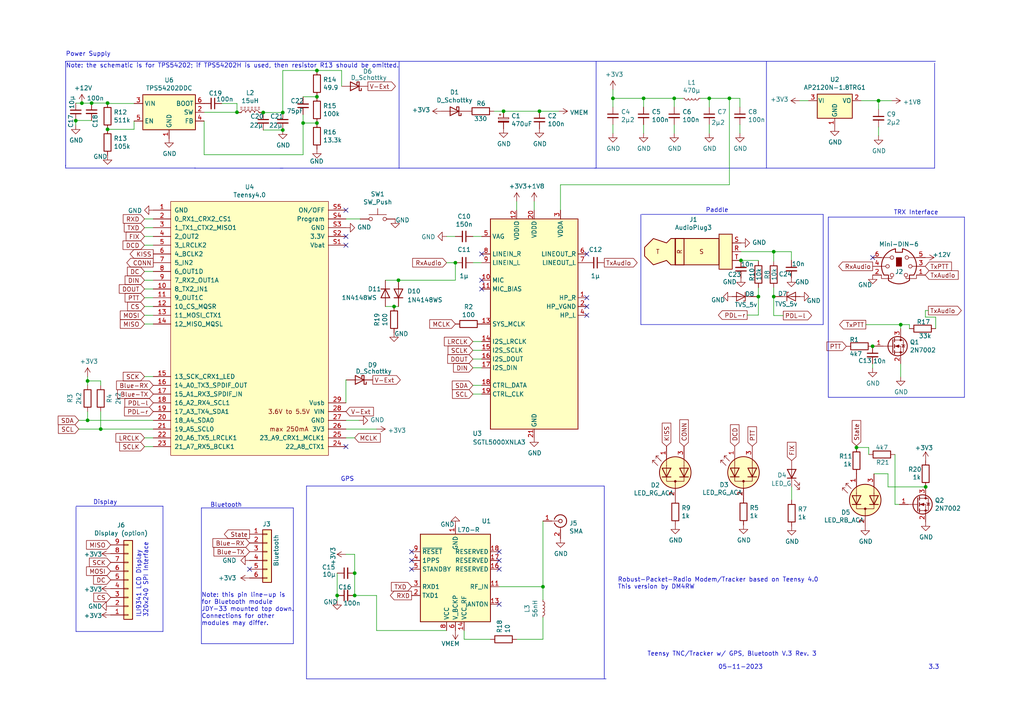
<source format=kicad_sch>
(kicad_sch (version 20230121) (generator eeschema)
  (paper "A4")
  (lib_symbols
    (symbol "Connector:Conn_Coaxial" (pin_names (offset 1.016) hide)
      (property "Reference" "J" (at 0.254 3.048 0))
      (property "Value" "Conn_Coaxial" (at 2.921 0 90))
      (symbol "Conn_Coaxial_1_1"
        (pin passive line (at -5.08 0 0) (length 2.54) (name "In") (number "1"))
        (pin passive line (at 0 -5.08 90) (length 2.54) (name "Ext") (number "2"))
      )
    )
    (symbol "Connector:Mini-DIN-6" (pin_names (offset 1.016))
      (property "Reference" "J" (at 0 6.35 0))
      (property "Value" "Mini-DIN-6" (at 0 -6.35 0))
      (symbol "Mini-DIN-6_1_1"
        (pin passive line (at 7.62 -2.54 180) (length 2.54) (name "~") (number "1"))
        (pin passive line (at -7.62 -2.54 0) (length 2.54) (name "~") (number "2"))
        (pin passive line (at 7.62 0 180) (length 2.54) (name "~") (number "3"))
        (pin passive line (at -7.62 0 0) (length 2.54) (name "~") (number "4"))
        (pin passive line (at 7.62 2.54 180) (length 2.54) (name "~") (number "5"))
        (pin passive line (at -7.62 2.54 0) (length 2.54) (name "~") (number "6"))
      )
    )
    (symbol "Connector_Generic:Conn_01x06" (pin_names (offset 1.016) hide)
      (property "Reference" "J" (at 0 7.62 0))
      (property "Value" "Conn_01x06" (at 0 -10.16 0))
      (symbol "Conn_01x06_1_1"
        (pin passive line (at -5.08 5.08 0) (length 3.81) (name "Pin_1") (number "1"))
        (pin passive line (at -5.08 2.54 0) (length 3.81) (name "Pin_2") (number "2"))
        (pin passive line (at -5.08 0 0) (length 3.81) (name "Pin_3") (number "3"))
        (pin passive line (at -5.08 -2.54 0) (length 3.81) (name "Pin_4") (number "4"))
        (pin passive line (at -5.08 -5.08 0) (length 3.81) (name "Pin_5") (number "5"))
        (pin passive line (at -5.08 -7.62 0) (length 3.81) (name "Pin_6") (number "6"))
      )
    )
    (symbol "Connector_Generic:Conn_01x09" (pin_names (offset 1.016) hide)
      (property "Reference" "J" (at 0 12.7 0))
      (property "Value" "Conn_01x09" (at 0 -12.7 0))
      (symbol "Conn_01x09_1_1"
        (pin passive line (at -5.08 10.16 0) (length 3.81) (name "Pin_1") (number "1"))
        (pin passive line (at -5.08 7.62 0) (length 3.81) (name "Pin_2") (number "2"))
        (pin passive line (at -5.08 5.08 0) (length 3.81) (name "Pin_3") (number "3"))
        (pin passive line (at -5.08 2.54 0) (length 3.81) (name "Pin_4") (number "4"))
        (pin passive line (at -5.08 0 0) (length 3.81) (name "Pin_5") (number "5"))
        (pin passive line (at -5.08 -2.54 0) (length 3.81) (name "Pin_6") (number "6"))
        (pin passive line (at -5.08 -5.08 0) (length 3.81) (name "Pin_7") (number "7"))
        (pin passive line (at -5.08 -7.62 0) (length 3.81) (name "Pin_8") (number "8"))
        (pin passive line (at -5.08 -10.16 0) (length 3.81) (name "Pin_9") (number "9"))
      )
    )
    (symbol "Device:C_Small" (pin_numbers hide) (pin_names (offset 0.254) hide)
      (property "Reference" "C" (at 0.254 1.778 0))
      (property "Value" "C_Small" (at 0.254 -2.032 0))
      (symbol "C_Small_1_1"
        (pin passive line (at 0 2.54 270) (length 2.032) (name "~") (number "1"))
        (pin passive line (at 0 -2.54 90) (length 2.032) (name "~") (number "2"))
      )
    )
    (symbol "Device:D_Schottky" (pin_numbers hide) (pin_names (offset 1.016) hide)
      (property "Reference" "D" (at 0 2.54 0))
      (property "Value" "D_Schottky" (at 0 -2.54 0))
      (symbol "D_Schottky_1_1"
        (pin passive line (at -3.81 0 0) (length 2.54) (name "K") (number "1"))
        (pin passive line (at 3.81 0 180) (length 2.54) (name "A") (number "2"))
      )
    )
    (symbol "Device:LED" (pin_numbers hide) (pin_names (offset 1.016) hide)
      (property "Reference" "D" (at 0 2.54 0))
      (property "Value" "LED" (at 0 -2.54 0))
      (symbol "LED_1_1"
        (pin passive line (at -3.81 0 0) (length 2.54) (name "K") (number "1"))
        (pin passive line (at 3.81 0 180) (length 2.54) (name "A") (number "2"))
      )
    )
    (symbol "Device:L_Small" (pin_numbers hide) (pin_names (offset 0.254) hide)
      (property "Reference" "L" (at 0.762 1.016 0))
      (property "Value" "L_Small" (at 0.762 -1.016 0))
      (symbol "L_Small_1_1"
        (pin passive line (at 0 2.54 270) (length 0.508) (name "~") (number "1"))
        (pin passive line (at 0 -2.54 90) (length 0.508) (name "~") (number "2"))
      )
    )
    (symbol "Device:R" (pin_numbers hide) (pin_names (offset 0))
      (property "Reference" "R" (at 2.032 0 90))
      (property "Value" "R" (at 0 0 90))
      (symbol "R_1_1"
        (pin passive line (at 0 3.81 270) (length 1.27) (name "~") (number "1"))
        (pin passive line (at 0 -3.81 90) (length 1.27) (name "~") (number "2"))
      )
    )
    (symbol "Diode:1N4148WS" (pin_numbers hide) (pin_names hide)
      (property "Reference" "D" (at 0 2.54 0))
      (property "Value" "1N4148WS" (at 0 -2.54 0))
      (symbol "1N4148WS_1_1"
        (pin passive line (at -3.81 0 0) (length 2.54) (name "K") (number "1"))
        (pin passive line (at 3.81 0 180) (length 2.54) (name "A") (number "2"))
      )
    )
    (symbol "RF_GPS:L70-R"
      (property "Reference" "U" (at -10.16 13.97 0))
      (property "Value" "L70-R" (at 10.16 13.97 0))
      (symbol "L70-R_1_1"
        (pin power_in line (at 0 -15.24 90) (length 2.54) (name "GND") (number "1"))
        (pin passive line (at 0 -15.24 90) (length 2.54) hide (name "GND") (number "10"))
        (pin input line (at -12.7 2.54 0) (length 2.54) (name "RF_IN") (number "11"))
        (pin passive line (at 0 -15.24 90) (length 2.54) hide (name "GND") (number "12"))
        (pin output line (at -12.7 7.62 0) (length 2.54) (name "ANTON") (number "13"))
        (pin power_out line (at -2.54 15.24 270) (length 2.54) (name "VCC_RF") (number "14"))
        (pin no_connect line (at -10.16 0 0) (length 2.54) hide (name "NC") (number "15"))
        (pin passive line (at -12.7 -2.54 0) (length 2.54) (name "RESERVED") (number "16"))
        (pin passive line (at -12.7 -5.08 0) (length 2.54) (name "RESERVED") (number "17"))
        (pin passive line (at -12.7 -7.62 0) (length 2.54) (name "RESERVED") (number "18"))
        (pin output line (at 12.7 5.08 180) (length 2.54) (name "TXD1") (number "2"))
        (pin input line (at 12.7 2.54 180) (length 2.54) (name "RXD1") (number "3"))
        (pin output line (at 12.7 -5.08 180) (length 2.54) (name "1PPS") (number "4"))
        (pin input line (at 12.7 -2.54 180) (length 2.54) (name "STANDBY") (number "5"))
        (pin power_in line (at 0 15.24 270) (length 2.54) (name "V_BCKP") (number "6"))
        (pin no_connect line (at 10.16 0 180) (length 2.54) hide (name "NC") (number "7"))
        (pin power_in line (at 2.54 15.24 270) (length 2.54) (name "VCC") (number "8"))
        (pin input line (at 12.7 -7.62 180) (length 2.54) (name "~{RESET}") (number "9"))
      )
    )
    (symbol "Regulator_Switching:TPS54202DDC"
      (property "Reference" "U" (at -7.62 6.35 0))
      (property "Value" "TPS54202DDC" (at 0 6.35 0))
      (symbol "TPS54202DDC_1_1"
        (pin power_in line (at 0 -7.62 90) (length 2.54) (name "GND") (number "1"))
        (pin power_out line (at 10.16 0 180) (length 2.54) (name "SW") (number "2"))
        (pin power_in line (at -10.16 2.54 0) (length 2.54) (name "VIN") (number "3"))
        (pin input line (at 10.16 -2.54 180) (length 2.54) (name "FB") (number "4"))
        (pin input line (at -10.16 -2.54 0) (length 2.54) (name "EN") (number "5"))
        (pin passive line (at 10.16 2.54 180) (length 2.54) (name "BOOT") (number "6"))
      )
    )
    (symbol "Switch:SW_Push" (pin_numbers hide) (pin_names (offset 1.016) hide)
      (property "Reference" "SW" (at 1.27 2.54 0))
      (property "Value" "SW_Push" (at 0 -1.524 0))
      (symbol "SW_Push_0_1"
        (pin passive line (at -5.08 0 0) (length 2.54) (name "1") (number "1"))
        (pin passive line (at 5.08 0 180) (length 2.54) (name "2") (number "2"))
      )
    )
    (symbol "TeensyRPR-rescue:+3.3V-power" (power) (pin_names (offset 0))
      (property "Value" "+3.3V-power" (at 0 3.556 0))
      (symbol "+3.3V-power_1_1"
        (pin power_in line (at 0 0 90) (length 0) hide (name "+3V3") (number "1"))
      )
    )
    (symbol "TeensyRPR-rescue:AudioPlug3-Connector"
      (property "Reference" "J" (at 1.27 6.35 0))
      (property "Value" "Connector_AudioPlug3" (at 1.27 -6.35 0))
      (symbol "AudioPlug3-Connector_0_0"
        (text "R" (at -2.54 0 900) (effects (font (size 1.27 1.27))))
      )
      (symbol "AudioPlug3-Connector_1_0"
        (text "S" (at 3.81 0 0) (effects (font (size 1.27 1.27))))
        (text "T" (at -8.89 0 0) (effects (font (size 1.27 1.27))))
      )
      (symbol "AudioPlug3-Connector_1_1"
        (pin passive line (at 15.24 0 180) (length 2.54) (name "~") (number "R"))
        (pin passive line (at 15.24 2.54 180) (length 2.54) (name "~") (number "S"))
        (pin passive line (at 15.24 -2.54 180) (length 2.54) (name "~") (number "T"))
      )
    )
    (symbol "TeensyRPR-rescue:CP_Small-Device" (pin_numbers hide) (pin_names (offset 0.254) hide)
      (property "Reference" "C" (at 0.254 1.778 0))
      (property "Value" "Device_CP_Small" (at 0.254 -2.032 0))
      (symbol "CP_Small-Device_1_1"
        (pin passive line (at 0 2.54 270) (length 1.8542) (name "~") (number "1"))
        (pin passive line (at 0 -2.54 90) (length 1.8542) (name "~") (number "2"))
      )
    )
    (symbol "TeensyRPR-rescue:LED_Dual_ACA-Device" (pin_names (offset 0) hide)
      (property "Reference" "D" (at 0 5.715 0))
      (property "Value" "Device_LED_Dual_ACA" (at 0 -6.35 0))
      (symbol "LED_Dual_ACA-Device_1_1"
        (pin input line (at 7.62 2.54 180) (length 3.81) (name "A1") (number "1"))
        (pin input line (at -7.62 0 0) (length 3.048) (name "K") (number "2"))
        (pin input line (at 7.62 -2.54 180) (length 3.81) (name "A2") (number "3"))
      )
    )
    (symbol "TeensyRPR-rescue:L_Core_Ferrite-Device" (pin_numbers hide) (pin_names (offset 1.016) hide)
      (property "Reference" "L" (at -1.27 0 90))
      (property "Value" "Device_L_Core_Ferrite" (at 2.794 0 90))
      (symbol "L_Core_Ferrite-Device_1_1"
        (pin passive line (at 0 3.81 270) (length 1.27) (name "1") (number "1"))
        (pin passive line (at 0 -3.81 90) (length 1.27) (name "2") (number "2"))
      )
    )
    (symbol "TeensyRPR-rescue:MCP1703A-1802_SOT23-Regulator_Linear" (pin_names (offset 0.254))
      (property "Reference" "U" (at -3.81 3.175 0))
      (property "Value" "Regulator_Linear_MCP1703A-1802_SOT23" (at 0 3.175 0))
      (symbol "MCP1703A-1802_SOT23-Regulator_Linear_1_1"
        (pin power_in line (at 0 -7.62 90) (length 2.54) (name "GND") (number "1"))
        (pin power_out line (at 7.62 0 180) (length 2.54) (name "VO") (number "2"))
        (pin power_in line (at -7.62 0 0) (length 2.54) (name "VI") (number "3"))
      )
    )
    (symbol "TeensyRPR-rescue:SGTL5000XNAA3-Audio-TeensyRPR-TeensyRPR-rescue"
      (property "Reference" "U" (at 0 0 0))
      (property "Value" "TeensyRPR-rescue_SGTL5000XNAA3-Audio-TeensyRPR" (at -7.62 -31.75 0))
      (symbol "SGTL5000XNAA3-Audio-TeensyRPR-TeensyRPR-rescue_0_0"
        (pin power_in line (at 0 -33.02 90) (length 2.54) (name "GND") (number "21"))
      )
      (symbol "SGTL5000XNAA3-Audio-TeensyRPR-TeensyRPR-rescue_1_1"
        (pin output line (at 15.24 7.62 180) (length 2.54) (name "HP_R") (number "1"))
        (pin input line (at -15.24 12.7 0) (length 2.54) (name "MIC") (number "10"))
        (pin input line (at -15.24 10.16 0) (length 2.54) (name "MIC_BIAS") (number "11"))
        (pin power_in line (at -5.08 33.02 270) (length 2.54) (name "VDDIO") (number "12"))
        (pin input line (at -15.24 0 0) (length 2.54) (name "SYS_MCLK") (number "13"))
        (pin input line (at -15.24 -5.08 0) (length 2.54) (name "I2S_LRCLK") (number "14"))
        (pin input line (at -15.24 -7.62 0) (length 2.54) (name "I2S_SCLK") (number "15"))
        (pin output line (at -15.24 -10.16 0) (length 2.54) (name "I2S_DOUT") (number "16"))
        (pin input line (at -15.24 -12.7 0) (length 2.54) (name "I2S_DIN") (number "17"))
        (pin input line (at -15.24 -17.78 0) (length 2.54) (name "CTRL_DATA") (number "18"))
        (pin input line (at -15.24 -20.32 0) (length 2.54) (name "CTRL_CLK") (number "19"))
        (pin power_out line (at 15.24 5.08 180) (length 2.54) (name "HP_VGND") (number "2"))
        (pin power_in line (at 0 33.02 270) (length 2.54) (name "VDDD") (number "20"))
        (pin power_in line (at 7.62 33.02 270) (length 2.54) (name "VDDA") (number "3"))
        (pin output line (at 15.24 2.54 180) (length 2.54) (name "HP_L") (number "4"))
        (pin passive line (at -15.24 25.4 0) (length 2.54) (name "VAG") (number "5"))
        (pin output line (at 15.24 20.32 180) (length 2.54) (name "LINEOUT_R") (number "6"))
        (pin output line (at 15.24 17.78 180) (length 2.54) (name "LINEOUT_L") (number "7"))
        (pin input line (at -15.24 20.32 0) (length 2.54) (name "LINEIN_R") (number "8"))
        (pin input line (at -15.24 17.78 0) (length 2.54) (name "LINEIN_L") (number "9"))
      )
    )
    (symbol "TeensyRPR-rescue:TVS_SOD323-TeensyRPR" (pin_numbers hide) (pin_names (offset 1.016) hide)
      (property "Reference" "D" (at 0 2.54 0))
      (property "Value" "TeensyRPR_TVS_SOD323" (at 0 -2.54 0))
      (symbol "TVS_SOD323-TeensyRPR_1_1"
        (pin passive line (at -3.81 0 0) (length 2.54) (name "A1") (number "1"))
        (pin passive line (at 3.81 0 180) (length 2.54) (name "A2") (number "2"))
      )
    )
    (symbol "TeensyRPR-rescue:Teensy4.0-TeensyRPR" (pin_names (offset 1.016))
      (property "Reference" "U4" (at 0 41.021 0))
      (property "Value" "Teensy4.0" (at 0 38.7096 0))
      (symbol "Teensy4.0-TeensyRPR_0_0"
        (text "3.6V to 5.5V" (at 11.43 -24.13 0) (effects (font (size 1.27 1.27))))
        (text "max 250mA" (at 11.43 -29.21 0) (effects (font (size 1.27 1.27))))
        (pin bidirectional line (at -27.94 11.43 0) (length 5.08) (name "8_TX2_IN1") (number "10"))
        (pin bidirectional line (at -27.94 8.89 0) (length 5.08) (name "9_OUT1C") (number "11"))
        (pin bidirectional line (at -27.94 6.35 0) (length 5.08) (name "10_CS_MQSR") (number "12"))
        (pin bidirectional line (at -27.94 3.81 0) (length 5.08) (name "11_MOSI_CTX1") (number "13"))
        (pin bidirectional line (at -27.94 1.27 0) (length 5.08) (name "12_MISO_MQSL") (number "14"))
        (pin bidirectional line (at -27.94 -13.97 0) (length 5.08) (name "13_SCK_CRX1_LED") (number "15"))
        (pin bidirectional line (at -27.94 -16.51 0) (length 5.08) (name "14_A0_TX3_SPDIF_OUT") (number "16"))
        (pin bidirectional line (at -27.94 -19.05 0) (length 5.08) (name "15_A1_RX3_SPDIF_IN") (number "17"))
        (pin bidirectional line (at -27.94 -21.59 0) (length 5.08) (name "16_A2_RX4_SCL1") (number "18"))
        (pin bidirectional line (at -27.94 -24.13 0) (length 5.08) (name "17_A3_TX4_SDA1") (number "19"))
        (pin bidirectional line (at -27.94 -26.67 0) (length 5.08) (name "18_A4_SDA0") (number "20"))
        (pin bidirectional line (at -27.94 -29.21 0) (length 5.08) (name "19_A5_SCL0") (number "21"))
        (pin bidirectional line (at -27.94 -31.75 0) (length 5.08) (name "20_A6_TX5_LRCLK1") (number "22"))
        (pin bidirectional line (at -27.94 -34.29 0) (length 5.08) (name "21_A7_RX5_BCLK1") (number "23"))
        (pin bidirectional line (at 27.94 -34.29 180) (length 5.08) (name "22_A8_CTX1") (number "24"))
        (pin bidirectional line (at 27.94 -31.75 180) (length 5.08) (name "23_A9_CRX1_MCLK1") (number "25"))
        (pin power_out line (at 27.94 -29.21 180) (length 5.08) (name "3V3") (number "26"))
        (pin power_in line (at 27.94 -26.67 180) (length 5.08) (name "GND") (number "27"))
        (pin power_in line (at 27.94 -24.13 180) (length 5.08) (name "VIN") (number "28"))
        (pin bidirectional line (at -27.94 24.13 0) (length 5.08) (name "3_LRCLK2") (number "5"))
        (pin bidirectional line (at -27.94 21.59 0) (length 5.08) (name "4_BCLK2") (number "6"))
        (pin bidirectional line (at -27.94 19.05 0) (length 5.08) (name "5_IN2") (number "7"))
        (pin bidirectional line (at -27.94 16.51 0) (length 5.08) (name "6_OUT1D") (number "8"))
        (pin bidirectional line (at -27.94 13.97 0) (length 5.08) (name "7_RX2_OUT1A") (number "9"))
        (pin power_in line (at 27.94 24.13 180) (length 5.08) (name "Vbat") (number "S1"))
        (pin power_in line (at 27.94 26.67 180) (length 5.08) (name "3.3V") (number "S2"))
        (pin power_in line (at 27.94 29.21 180) (length 5.08) (name "GND") (number "S3"))
        (pin power_in line (at 27.94 31.75 180) (length 5.08) (name "Program") (number "S4"))
        (pin bidirectional line (at 27.94 34.29 180) (length 5.08) (name "ON/OFF") (number "S5"))
      )
      (symbol "Teensy4.0-TeensyRPR_1_1"
        (pin power_in line (at -27.94 34.29 0) (length 5.08) (name "GND") (number "1"))
        (pin bidirectional line (at -27.94 31.75 0) (length 5.08) (name "0_RX1_CRX2_CS1") (number "2"))
        (pin power_out line (at 27.94 -21.59 180) (length 5.08) (name "Vusb") (number "29"))
        (pin bidirectional line (at -27.94 29.21 0) (length 5.08) (name "1_TX1_CTX2_MISO1") (number "3"))
        (pin bidirectional line (at -27.94 26.67 0) (length 5.08) (name "2_OUT2") (number "4"))
      )
    )
    (symbol "Transistor_FET:2N7002" (pin_names hide)
      (property "Reference" "Q" (at 5.08 1.905 0))
      (property "Value" "2N7002" (at 5.08 0 0))
      (symbol "2N7002_1_1"
        (pin input line (at -5.08 0 0) (length 2.54) (name "G") (number "1"))
        (pin passive line (at 2.54 -5.08 90) (length 2.54) (name "S") (number "2"))
        (pin passive line (at 2.54 5.08 270) (length 2.54) (name "D") (number "3"))
      )
    )
    (symbol "power:+12V" (power) (pin_names (offset 0))
      (property "Value" "+12V" (at 0 3.556 0))
      (symbol "+12V_1_1"
        (pin power_in line (at 0 0 90) (length 0) hide (name "+12V") (number "1"))
      )
    )
    (symbol "power:+1V8" (power) (pin_names (offset 0))
      (property "Value" "+1V8" (at 0 3.556 0))
      (symbol "+1V8_1_1"
        (pin power_in line (at 0 0 90) (length 0) hide (name "+1V8") (number "1"))
      )
    )
    (symbol "power:+3V3" (power) (pin_names (offset 0))
      (property "Value" "+3V3" (at 0 3.556 0))
      (symbol "+3V3_1_1"
        (pin power_in line (at 0 0 90) (length 0) hide (name "+3V3") (number "1"))
      )
    )
    (symbol "power:GND" (power) (pin_names (offset 0))
      (property "Value" "GND" (at 0 -3.81 0))
      (symbol "GND_1_1"
        (pin power_in line (at 0 0 270) (length 0) hide (name "GND") (number "1"))
      )
    )
    (symbol "power:VMEM" (power) (pin_names (offset 0))
      (property "Value" "VMEM" (at 0 3.81 0))
      (symbol "VMEM_1_1"
        (pin power_in line (at 0 0 90) (length 0) hide (name "VMEM") (number "1"))
      )
    )
  )
  (junction (at 186.6646 28.5242))
  (junction (at 21.971 35.0012))
  (junction (at 26.5684 29.8958))
  (junction (at 253.0856 100.4316))
  (junction (at 156.464 32.258))
  (junction (at 146.05 32.258))
  (junction (at 23.749 29.9212))
  (junction (at 82.0166 32.639))
  (junction (at 261.239 94.1578))
  (junction (at 268.478 141.224))
  (junction (at 219.964 86.0298))
  (junction (at 31.1912 29.8958))
  (junction (at 31.1912 37.5158))
  (junction (at 157.48 170.18))
  (junction (at 91.9226 35.687))
  (junction (at 25.4 121.92))
  (junction (at 76.3524 32.639))
  (junction (at 25.4 110.49))
  (junction (at 254.8128 29.21))
  (junction (at 224.409 72.9996))
  (junction (at 115.57 81.28))
  (junction (at 29.21 124.46))
  (junction (at 91.9226 28.067))
  (junction (at 87.9094 35.687))
  (junction (at 248.412 129.794))
  (junction (at 205.7146 28.5242))
  (junction (at 91.9226 20.447))
  (junction (at 177.7746 28.5242))
  (junction (at 97.79 172.72))
  (junction (at 102.87 166.243))
  (junction (at 82.0166 37.719))
  (junction (at 102.87 172.72))
  (junction (at 68.7324 32.5628))
  (junction (at 132.08 76.2))
  (junction (at 211.5566 28.5242))
  (junction (at 224.409 86.0298))
  (junction (at 214.9094 75.5396))
  (junction (at 114.3 88.9))
  (junction (at 195.5546 28.5242))
  (no_connect (at 144.78 162.56))
  (no_connect (at 170.18 73.66))
  (no_connect (at 144.78 165.1))
  (no_connect (at 253.111 74.7014))
  (no_connect (at 170.18 86.36))
  (no_connect (at 72.39 165.1))
  (no_connect (at 170.18 88.9))
  (no_connect (at 144.78 160.02))
  (no_connect (at 100.33 68.58))
  (no_connect (at 119.38 165.1))
  (no_connect (at 139.7 81.28))
  (no_connect (at 139.7 73.66))
  (no_connect (at 119.38 162.56))
  (no_connect (at 170.18 91.44))
  (no_connect (at 100.33 60.96))
  (no_connect (at 100.33 71.12))
  (no_connect (at 119.38 160.02))
  (no_connect (at 144.78 175.26))
  (no_connect (at 139.7 83.82))
  (no_connect (at 100.33 129.54))
  (wire (pts (xy 134.62 182.88) (xy 134.62 185.42)))
  (wire (pts (xy 41.91 127) (xy 44.45 127)))
  (wire (pts (xy 219.964 83.4136) (xy 219.964 86.0298)))
  (polyline (pts (xy 81.2546 48.7934) (xy 82.0928 48.7934)))
  (wire (pts (xy 137.16 68.58) (xy 139.7 68.58)))
  (polyline (pts (xy 22.0472 147.0152) (xy 22.0472 183.1594)))
  (wire (pts (xy 41.91 83.82) (xy 44.45 83.82)))
  (polyline (pts (xy 185.8772 94.1324) (xy 185.8772 62.1792)))
  (wire (pts (xy 254.8128 31.75) (xy 254.8128 29.21)))
  (wire (pts (xy 157.48 185.42) (xy 149.86 185.42)))
  (wire (pts (xy 154.94 60.96) (xy 154.94 58.42)))
  (wire (pts (xy 100.33 110.1852) (xy 100.5078 110.1852)))
  (wire (pts (xy 261.239 105.4862) (xy 261.239 109.2962)))
  (wire (pts (xy 224.409 75.819) (xy 224.409 72.9996)))
  (wire (pts (xy 224.409 83.439) (xy 224.409 86.0298)))
  (wire (pts (xy 44.45 121.92) (xy 25.4 121.92)))
  (wire (pts (xy 137.16 111.76) (xy 139.7 111.76)))
  (wire (pts (xy 137.16 104.14) (xy 139.7 104.14)))
  (polyline (pts (xy 19.0246 17.78) (xy 271.3228 17.78)))
  (polyline (pts (xy 271.0688 18.288) (xy 271.0688 48.768)))
  (wire (pts (xy 29.21 111.76) (xy 29.21 110.49)))
  (wire (pts (xy 97.79 166.243) (xy 97.79 172.72)))
  (wire (pts (xy 211.5566 28.5242) (xy 214.6046 28.5242)))
  (wire (pts (xy 227.1776 91.5162) (xy 224.409 91.5162)))
  (wire (pts (xy 219.964 91.3892) (xy 219.964 86.0298)))
  (wire (pts (xy 41.91 129.54) (xy 44.45 129.54)))
  (wire (pts (xy 25.4 109.22) (xy 25.4 110.49)))
  (wire (pts (xy 102.87 127) (xy 100.33 127)))
  (wire (pts (xy 149.86 60.96) (xy 149.86 58.42)))
  (wire (pts (xy 41.91 93.98) (xy 44.45 93.98)))
  (wire (pts (xy 87.9094 33.2232) (xy 87.9094 35.687)))
  (wire (pts (xy 268.4018 91.9734) (xy 271.399 91.9734)))
  (wire (pts (xy 41.91 91.44) (xy 44.45 91.44)))
  (polyline (pts (xy 279.7302 62.9666) (xy 279.7302 115.2398)))
  (wire (pts (xy 104.4702 63.5) (xy 104.4702 63.5254)))
  (wire (pts (xy 25.4 119.38) (xy 25.4 121.92)))
  (wire (pts (xy 102.87 166.243) (xy 102.87 172.72)))
  (wire (pts (xy 129.54 76.2) (xy 132.08 76.2)))
  (wire (pts (xy 99.0854 20.447) (xy 91.9226 20.447)))
  (wire (pts (xy 21.971 29.9212) (xy 23.749 29.9212)))
  (wire (pts (xy 64.2874 30.0228) (xy 68.7324 30.0228)))
  (wire (pts (xy 162.56 53.594) (xy 211.5566 53.594)))
  (wire (pts (xy 177.7746 36.1442) (xy 177.7746 38.6842)))
  (polyline (pts (xy 222.3008 17.78) (xy 222.3008 48.7934)))
  (polyline (pts (xy 186.1058 62.1792) (xy 238.76 62.1792)))
  (wire (pts (xy 269.2654 90.0684) (xy 268.4018 90.0684)))
  (wire (pts (xy 211.5566 53.594) (xy 211.5566 28.5242)))
  (wire (pts (xy 38.8874 35.1028) (xy 38.8874 37.5158)))
  (wire (pts (xy 224.409 72.9996) (xy 229.5398 72.9996)))
  (wire (pts (xy 22.86 124.46) (xy 29.21 124.46)))
  (polyline (pts (xy 19.05 48.26) (xy 19.05 17.78)))
  (wire (pts (xy 144.78 170.18) (xy 157.48 170.18)))
  (wire (pts (xy 59.2074 32.5628) (xy 68.7324 32.5628)))
  (wire (pts (xy 186.6646 36.1442) (xy 186.6646 38.6842)))
  (wire (pts (xy 41.91 109.22) (xy 44.45 109.22)))
  (wire (pts (xy 253.0856 106.7816) (xy 253.0856 105.5116)))
  (wire (pts (xy 216.7128 91.3892) (xy 219.964 91.3892)))
  (wire (pts (xy 186.6646 28.5242) (xy 186.6646 31.0642)))
  (wire (pts (xy 253.0856 100.4062) (xy 253.0856 100.4316)))
  (wire (pts (xy 214.6046 36.1442) (xy 214.6046 38.6842)))
  (polyline (pts (xy 85.09 186.69) (xy 58.42 186.69)))
  (polyline (pts (xy 58.42 147.32) (xy 58.42 186.69)))
  (wire (pts (xy 111.76 81.28) (xy 115.57 81.28)))
  (wire (pts (xy 231.9528 29.21) (xy 234.4928 29.21)))
  (wire (pts (xy 254.8128 29.21) (xy 258.6228 29.21)))
  (wire (pts (xy 115.57 81.28) (xy 132.08 81.28)))
  (wire (pts (xy 198.0946 28.5242) (xy 195.5546 28.5242)))
  (wire (pts (xy 100.33 124.46) (xy 109.22 124.46)))
  (wire (pts (xy 214.9094 72.9996) (xy 224.409 72.9996)))
  (wire (pts (xy 41.91 88.9) (xy 44.45 88.9)))
  (wire (pts (xy 21.971 35.0012) (xy 21.971 36.2966)))
  (wire (pts (xy 31.1912 29.8958) (xy 26.5684 29.8958)))
  (wire (pts (xy 157.48 179.07) (xy 157.48 185.42)))
  (wire (pts (xy 129.54 182.88) (xy 109.22 182.88)))
  (wire (pts (xy 41.91 86.36) (xy 44.45 86.36)))
  (wire (pts (xy 29.21 110.49) (xy 25.4 110.49)))
  (wire (pts (xy 253.492 137.414) (xy 257.556 137.414)))
  (wire (pts (xy 224.409 91.5162) (xy 224.409 86.0298)))
  (wire (pts (xy 137.16 101.6) (xy 139.7 101.6)))
  (polyline (pts (xy 175.26 196.85) (xy 175.26 140.97)))
  (wire (pts (xy 91.9226 20.447) (xy 82.0166 20.447)))
  (wire (pts (xy 257.556 137.414) (xy 257.556 141.224)))
  (wire (pts (xy 23.749 29.9212) (xy 26.5684 29.9212)))
  (wire (pts (xy 229.616 141.224) (xy 229.616 145.034)))
  (wire (pts (xy 109.22 182.88) (xy 109.22 172.72)))
  (wire (pts (xy 251.1298 94.1578) (xy 261.239 94.1578)))
  (wire (pts (xy 41.91 68.58) (xy 44.45 68.58)))
  (wire (pts (xy 251.968 131.826) (xy 251.968 129.794)))
  (wire (pts (xy 100.33 116.84) (xy 100.33 110.1852)))
  (wire (pts (xy 186.6646 28.5242) (xy 177.7746 28.5242)))
  (wire (pts (xy 137.16 76.2) (xy 139.7 76.2)))
  (wire (pts (xy 114.3 88.9) (xy 115.57 88.9)))
  (wire (pts (xy 41.91 63.5) (xy 44.45 63.5)))
  (wire (pts (xy 87.9094 28.1432) (xy 87.9094 28.067)))
  (polyline (pts (xy 238.76 62.1792) (xy 238.76 94.1324)))
  (wire (pts (xy 203.1746 28.5242) (xy 205.7146 28.5242)))
  (wire (pts (xy 137.16 99.06) (xy 139.7 99.06)))
  (wire (pts (xy 268.4018 90.0684) (xy 268.4018 91.9734)))
  (polyline (pts (xy 85.09 147.32) (xy 85.09 186.69)))
  (wire (pts (xy 26.5684 34.9504) (xy 21.971 34.9504)))
  (wire (pts (xy 111.76 88.9) (xy 114.3 88.9)))
  (polyline (pts (xy 88.9 196.9008) (xy 175.7934 196.9008)))
  (wire (pts (xy 157.48 170.18) (xy 157.48 151.13)))
  (wire (pts (xy 68.7324 32.5628) (xy 68.7324 32.639)))
  (wire (pts (xy 25.4 121.92) (xy 22.86 121.92)))
  (polyline (pts (xy 279.7302 115.2398) (xy 240.2332 115.2398)))
  (polyline (pts (xy 19.0246 48.7426) (xy 19.0246 47.9044)))
  (wire (pts (xy 87.9094 35.687) (xy 91.9226 35.687)))
  (wire (pts (xy 257.556 141.224) (xy 268.478 141.224)))
  (wire (pts (xy 251.968 129.794) (xy 248.412 129.794)))
  (wire (pts (xy 21.971 34.9504) (xy 21.971 35.0012)))
  (wire (pts (xy 263.779 94.1578) (xy 261.239 94.1578)))
  (polyline (pts (xy 240.2332 62.9666) (xy 279.7302 62.9666)))
  (wire (pts (xy 157.48 170.18) (xy 157.48 173.99)))
  (wire (pts (xy 82.0166 32.639) (xy 76.3524 32.639)))
  (wire (pts (xy 259.588 131.826) (xy 259.588 146.304)))
  (wire (pts (xy 82.0166 20.447) (xy 82.0166 32.639)))
  (wire (pts (xy 25.4 110.49) (xy 25.4 111.76)))
  (wire (pts (xy 219.964 75.7936) (xy 219.964 75.5396)))
  (wire (pts (xy 100.33 121.92) (xy 104.14 121.92)))
  (wire (pts (xy 132.08 81.28) (xy 132.08 76.2)))
  (wire (pts (xy 162.56 60.96) (xy 162.56 53.594)))
  (wire (pts (xy 195.5546 28.5242) (xy 195.5546 31.0642)))
  (wire (pts (xy 41.91 81.28) (xy 44.45 81.28)))
  (wire (pts (xy 271.399 91.9734) (xy 271.399 95.3262)))
  (wire (pts (xy 29.21 119.38) (xy 29.21 124.46)))
  (wire (pts (xy 134.62 185.42) (xy 142.24 185.42)))
  (wire (pts (xy 177.7746 28.5242) (xy 177.7746 31.0642)))
  (wire (pts (xy 205.7146 31.0642) (xy 205.7146 28.5242)))
  (polyline (pts (xy 240.2332 115.2398) (xy 240.2332 62.9666)))
  (wire (pts (xy 82.0166 37.719) (xy 76.3524 37.719)))
  (wire (pts (xy 177.7746 25.9842) (xy 177.7746 28.5242)))
  (wire (pts (xy 87.9094 28.067) (xy 91.9226 28.067)))
  (wire (pts (xy 97.79 172.72) (xy 97.79 174.2186)))
  (wire (pts (xy 41.91 66.04) (xy 44.45 66.04)))
  (wire (pts (xy 59.2074 44.8818) (xy 87.9094 44.8818)))
  (wire (pts (xy 229.5398 72.9996) (xy 229.5398 75.5142)))
  (wire (pts (xy 259.588 146.304) (xy 260.858 146.304)))
  (polyline (pts (xy 88.9 140.97) (xy 88.9 196.9008)))
  (wire (pts (xy 261.239 94.1578) (xy 261.239 95.3262)))
  (wire (pts (xy 38.8874 37.5158) (xy 31.1912 37.5158)))
  (wire (pts (xy 29.21 124.46) (xy 44.45 124.46)))
  (polyline (pts (xy 172.8978 48.7934) (xy 172.3898 48.7934)))
  (wire (pts (xy 248.412 129.286) (xy 248.412 129.794)))
  (polyline (pts (xy 58.42 147.32) (xy 85.09 147.32)))
  (wire (pts (xy 249.7328 29.21) (xy 254.8128 29.21)))
  (wire (pts (xy 156.464 32.258) (xy 162.052 32.258)))
  (wire (pts (xy 205.7146 28.5242) (xy 211.5566 28.5242)))
  (wire (pts (xy 100.3046 160.782) (xy 102.87 160.782)))
  (wire (pts (xy 87.9094 44.8818) (xy 87.9094 35.687)))
  (wire (pts (xy 26.5684 29.8958) (xy 26.5684 29.9212)))
  (wire (pts (xy 137.16 114.3) (xy 139.7 114.3)))
  (wire (pts (xy 100.33 63.5) (xy 104.4702 63.5)))
  (wire (pts (xy 253.619 100.4062) (xy 253.0856 100.4062)))
  (polyline (pts (xy 115.7478 17.8562) (xy 115.7478 48.8696)))
  (wire (pts (xy 26.5684 29.8704) (xy 26.5684 29.8958)))
  (wire (pts (xy 68.7324 30.0228) (xy 68.7324 32.5628)))
  (polyline (pts (xy 238.76 94.1324) (xy 185.8772 94.1324)))
  (wire (pts (xy 38.8874 30.0228) (xy 31.1912 30.0228)))
  (wire (pts (xy 263.779 95.3262) (xy 263.779 94.1578)))
  (wire (pts (xy 41.91 71.12) (xy 44.45 71.12)))
  (wire (pts (xy 137.16 106.68) (xy 139.7 106.68)))
  (wire (pts (xy 195.5546 28.5242) (xy 186.6646 28.5242)))
  (wire (pts (xy 129.54 68.58) (xy 132.08 68.58)))
  (polyline (pts (xy 271.0688 48.768) (xy 56.4388 48.768)))
  (polyline (pts (xy 47.2694 146.812) (xy 22.0726 146.812)))
  (wire (pts (xy 205.7146 36.1442) (xy 205.7146 38.6842)))
  (polyline (pts (xy 47.2694 183.1594) (xy 47.2694 146.812)))
  (wire (pts (xy 41.91 78.74) (xy 44.45 78.74)))
  (wire (pts (xy 146.05 32.258) (xy 156.464 32.258)))
  (wire (pts (xy 99.0854 25.019) (xy 99.0854 20.447)))
  (wire (pts (xy 102.87 160.782) (xy 102.87 166.243)))
  (polyline (pts (xy 56.6928 48.7426) (xy 19.0246 48.7426)))
  (wire (pts (xy 254.8128 39.37) (xy 254.8128 36.83)))
  (polyline (pts (xy 175.26 140.97) (xy 88.9 140.97)))
  (polyline (pts (xy 19.0246 17.78) (xy 19.0246 18.1356)))
  (wire (pts (xy 31.1912 30.0228) (xy 31.1912 29.8958)))
  (polyline (pts (xy 22.0472 183.1594) (xy 47.2694 183.1594)))
  (polyline (pts (xy 172.8978 17.78) (xy 172.8978 48.7934)))
  (wire (pts (xy 59.2074 35.1028) (xy 59.2074 44.8818)))
  (wire (pts (xy 195.5546 36.1442) (xy 195.5546 38.6842)))
  (wire (pts (xy 109.22 172.72) (xy 102.87 172.72)))
  (wire (pts (xy 143.256 32.258) (xy 146.05 32.258)))
  (wire (pts (xy 214.6046 28.5242) (xy 214.6046 31.0642)))
  (wire (pts (xy 219.964 75.5396) (xy 214.9094 75.5396)))
  (text "Bluetooth" (at 60.96 147.32 0) (effects (font (size 1.27 1.27)) (justify left bottom)))
  (text "Robust-Packet-Radio Modem/Tracker based on Teensy 4.0\nThis version by DM4RW" (at 179.1462 171.0436 0) (effects (font (size 1.27 1.27)) (justify left bottom)))
  (text "ILI9341 LCD Display\n320x240 SPI Interface" (at 43.053 179.1716 90) (effects (font (size 1.27 1.27)) (justify left bottom)))
  (text "3.3" (at 269.24 194.31 0) (effects (font (size 1.27 1.27)) (justify left bottom)))
  (text "Teensy TNC/Tracker w/ GPS, Bluetooth V.3 Rev. 3" (at 187.706 190.5 0) (effects (font (size 1.27 1.27)) (justify left bottom)))
  (text "Power Supply" (at 19.05 16.51 0) (effects (font (size 1.27 1.27)) (justify left bottom)))
  (text "05-11-2023" (at 208.28 194.31 0) (effects (font (size 1.27 1.27)) (justify left bottom)))
  (text "TRX Interface" (at 259.1816 62.484 0) (effects (font (size 1.27 1.27)) (justify left bottom)))
  (text "Display" (at 27.0002 146.5326 0) (effects (font (size 1.27 1.27)) (justify left bottom)))
  (text "GPS" (at 98.7806 139.8016 0) (effects (font (size 1.27 1.27)) (justify left bottom)))
  (text "Paddle" (at 204.6478 61.8236 0) (effects (font (size 1.27 1.27)) (justify left bottom)))
  (text "Note: this pin line-up is\nfor Bluetooth module\nJDY-33 mounted top down.\nConnections for other\nmodules may differ." (at 58.42 181.61 0) (effects (font (size 1.27 1.27)) (justify left bottom)))
  (text "Note: the schematic is for TPS54202; if TPS54202H is used, then resistor R13 should be omitted." (at 19.1008 19.8882 0) (effects (font (size 1.27 1.27)) (justify left bottom)))
  (global_label "Blue-RX" (shape input) (at 72.39 157.48 180) (property "Intersheetrefs" "${INTERSHEET_REFS}" (effects hide)))
  (global_label "V-Ext" (shape output) (at 108.1278 110.1852 0) (property "Intersheetrefs" "${INTERSHEET_REFS}" (effects hide)))
  (global_label "LRCLK" (shape input) (at 137.16 99.06 180) (property "Intersheetrefs" "${INTERSHEET_REFS}" (effects hide)))
  (global_label "DOUT" (shape input) (at 137.16 104.14 180) (property "Intersheetrefs" "${INTERSHEET_REFS}" (effects hide)))
  (global_label "MOSI" (shape input) (at 32.1056 165.6588 180) (property "Intersheetrefs" "${INTERSHEET_REFS}" (effects hide)))
  (global_label "MISO" (shape input) (at 41.91 93.98 180) (property "Intersheetrefs" "${INTERSHEET_REFS}" (effects hide)))
  (global_label "SCK" (shape input) (at 32.1056 163.1188 180) (property "Intersheetrefs" "${INTERSHEET_REFS}" (effects hide)))
  (global_label "DOUT" (shape input) (at 41.91 83.82 180) (property "Intersheetrefs" "${INTERSHEET_REFS}" (effects hide)))
  (global_label "RxAudio" (shape input) (at 129.54 76.2 180) (property "Intersheetrefs" "${INTERSHEET_REFS}" (effects hide)))
  (global_label "MCLK" (shape input) (at 102.87 127 0) (property "Intersheetrefs" "${INTERSHEET_REFS}" (effects hide)))
  (global_label "DIN" (shape input) (at 137.16 106.68 180) (property "Intersheetrefs" "${INTERSHEET_REFS}" (effects hide)))
  (global_label "TXD" (shape input) (at 119.38 170.18 180) (property "Intersheetrefs" "${INTERSHEET_REFS}" (effects hide)))
  (global_label "SCLK" (shape input) (at 41.91 129.54 180) (property "Intersheetrefs" "${INTERSHEET_REFS}" (effects hide)))
  (global_label "KISS" (shape input) (at 193.3194 129.4384 90) (property "Intersheetrefs" "${INTERSHEET_REFS}" (effects hide)))
  (global_label "SCL" (shape input) (at 137.16 114.3 180) (property "Intersheetrefs" "${INTERSHEET_REFS}" (effects hide)))
  (global_label "PDL-l" (shape input) (at 44.45 116.84 180) (property "Intersheetrefs" "${INTERSHEET_REFS}" (effects hide)))
  (global_label "SCLK" (shape input) (at 137.16 101.6 180) (property "Intersheetrefs" "${INTERSHEET_REFS}" (effects hide)))
  (global_label "DC" (shape input) (at 32.1056 168.1988 180) (property "Intersheetrefs" "${INTERSHEET_REFS}" (effects hide)))
  (global_label "TxPTT" (shape output) (at 251.1298 94.1578 180) (property "Intersheetrefs" "${INTERSHEET_REFS}" (effects hide)))
  (global_label "FIX" (shape input) (at 229.616 133.604 90) (property "Intersheetrefs" "${INTERSHEET_REFS}" (effects hide)))
  (global_label "RxAudio" (shape output) (at 253.111 77.2414 180) (property "Intersheetrefs" "${INTERSHEET_REFS}" (effects hide)))
  (global_label "PTT" (shape input) (at 41.91 86.36 180) (property "Intersheetrefs" "${INTERSHEET_REFS}" (effects hide)))
  (global_label "DC" (shape input) (at 41.91 78.74 180) (property "Intersheetrefs" "${INTERSHEET_REFS}" (effects hide)))
  (global_label "V-Ext" (shape input) (at 100.33 119.38 0) (property "Intersheetrefs" "${INTERSHEET_REFS}" (effects hide)))
  (global_label "PDL-r" (shape input) (at 44.45 119.38 180) (property "Intersheetrefs" "${INTERSHEET_REFS}" (effects hide)))
  (global_label "Blue-TX" (shape input) (at 44.45 114.3 180) (property "Intersheetrefs" "${INTERSHEET_REFS}" (effects hide)))
  (global_label "Blue-RX" (shape input) (at 44.45 111.76 180) (property "Intersheetrefs" "${INTERSHEET_REFS}" (effects hide)))
  (global_label "CONN" (shape output) (at 44.45 76.2 180) (property "Intersheetrefs" "${INTERSHEET_REFS}" (effects hide)))
  (global_label "SDA" (shape input) (at 137.16 111.76 180) (property "Intersheetrefs" "${INTERSHEET_REFS}" (effects hide)))
  (global_label "CS" (shape input) (at 32.1056 173.2788 180) (property "Intersheetrefs" "${INTERSHEET_REFS}" (effects hide)))
  (global_label "FIX" (shape input) (at 41.91 68.58 180) (property "Intersheetrefs" "${INTERSHEET_REFS}" (effects hide)))
  (global_label "RXD" (shape input) (at 41.91 63.5 180) (property "Intersheetrefs" "${INTERSHEET_REFS}" (effects hide)))
  (global_label "DIN" (shape input) (at 41.91 81.28 180) (property "Intersheetrefs" "${INTERSHEET_REFS}" (effects hide)))
  (global_label "PTT" (shape input) (at 245.4656 100.4316 180) (property "Intersheetrefs" "${INTERSHEET_REFS}" (effects hide)))
  (global_label "DCD" (shape input) (at 213.106 129.413 90) (property "Intersheetrefs" "${INTERSHEET_REFS}" (effects hide)))
  (global_label "KISS" (shape output) (at 44.45 73.66 180) (property "Intersheetrefs" "${INTERSHEET_REFS}" (effects hide)))
  (global_label "State" (shape output) (at 72.39 154.94 180) (property "Intersheetrefs" "${INTERSHEET_REFS}" (effects hide)))
  (global_label "SCL" (shape input) (at 22.86 124.46 180) (property "Intersheetrefs" "${INTERSHEET_REFS}" (effects hide)))
  (global_label "PTT" (shape input) (at 218.186 129.413 90) (property "Intersheetrefs" "${INTERSHEET_REFS}" (effects hide)))
  (global_label "TxAudio" (shape output) (at 175.26 76.2 0) (property "Intersheetrefs" "${INTERSHEET_REFS}" (effects hide)))
  (global_label "State" (shape input) (at 248.412 129.286 90) (property "Intersheetrefs" "${INTERSHEET_REFS}" (effects hide)))
  (global_label "TXD" (shape input) (at 41.91 66.04 180) (property "Intersheetrefs" "${INTERSHEET_REFS}" (effects hide)))
  (global_label "MISO" (shape input) (at 32.1056 158.0388 180) (property "Intersheetrefs" "${INTERSHEET_REFS}" (effects hide)))
  (global_label "MOSI" (shape input) (at 41.91 91.44 180) (property "Intersheetrefs" "${INTERSHEET_REFS}" (effects hide)))
  (global_label "TxAudio" (shape input) (at 268.351 79.7814 0) (property "Intersheetrefs" "${INTERSHEET_REFS}" (effects hide)))
  (global_label "RXD" (shape output) (at 119.38 172.72 180) (property "Intersheetrefs" "${INTERSHEET_REFS}" (effects hide)))
  (global_label "TxAudio" (shape output) (at 269.2654 90.0684 0) (property "Intersheetrefs" "${INTERSHEET_REFS}" (effects hide)))
  (global_label "PDL-r" (shape output) (at 216.7128 91.3892 180) (property "Intersheetrefs" "${INTERSHEET_REFS}" (effects hide)))
  (global_label "CS" (shape input) (at 41.91 88.9 180) (property "Intersheetrefs" "${INTERSHEET_REFS}" (effects hide)))
  (global_label "PDL-l" (shape output) (at 227.1776 91.5162 0) (property "Intersheetrefs" "${INTERSHEET_REFS}" (effects hide)))
  (global_label "LRCLK" (shape input) (at 41.91 127 180) (property "Intersheetrefs" "${INTERSHEET_REFS}" (effects hide)))
  (global_label "MCLK" (shape input) (at 132.08 93.98 180) (property "Intersheetrefs" "${INTERSHEET_REFS}" (effects hide)))
  (global_label "CONN" (shape input) (at 198.3994 129.4384 90) (property "Intersheetrefs" "${INTERSHEET_REFS}" (effects hide)))
  (global_label "DCD" (shape input) (at 41.91 71.12 180) (property "Intersheetrefs" "${INTERSHEET_REFS}" (effects hide)))
  (global_label "TxPTT" (shape input) (at 268.351 77.2414 0) (property "Intersheetrefs" "${INTERSHEET_REFS}" (effects hide)))
  (global_label "SCK" (shape input) (at 41.91 109.22 180) (property "Intersheetrefs" "${INTERSHEET_REFS}" (effects hide)))
  (global_label "Blue-TX" (shape input) (at 72.39 160.02 180) (property "Intersheetrefs" "${INTERSHEET_REFS}" (effects hide)))
  (global_label "SDA" (shape input) (at 22.86 121.92 180) (property "Intersheetrefs" "${INTERSHEET_REFS}" (effects hide)))
  (global_label "V-Ext" (shape output) (at 106.7054 25.019 0) (property "Intersheetrefs" "${INTERSHEET_REFS}" (effects hide)))
  (symbol (lib_id "TeensyRPR-rescue:Teensy4.0-TeensyRPR") (at 72.39 95.25 0) (unit 1) (in_bom no)
    (property "Reference" "U4" (at 72.39 54.229 0))
    (property "Value" "Teensy4.0" (at 72.39 56.5404 0))
    (property "Footprint" "TeensyRPR:Teensy40-DIP-28_W15.24mm" (effects hide))
  )
  (symbol (lib_id "TeensyRPR-rescue:SGTL5000XNAA3-Audio-TeensyRPR-TeensyRPR-rescue") (at 154.94 93.98 0) (unit 1)
    (property "Reference" "U3" (at 138.43 125.73 0))
    (property "Value" "SGTL5000XNLA3" (at 144.78 128.27 0))
    (property "Footprint" "TeensyRPR:SGTL5000-QFN-20-1EP_3x3mm_P0.4mm_ThermalVias" (effects hide))
    (property "Datasheet" "https://datasheet.lcsc.com/lcsc/2210150000_NXP-Semicon-SGTL5000XNLA3R2_C2651833.pdf" (effects hide))
    (property "LCSC" "C2651833" (effects hide))
  )
  (symbol (lib_id "Device:R") (at 135.89 93.98 270) (unit 1)
    (property "Reference" "R2" (at 135.89 89.0016 90))
    (property "Value" "100" (at 135.89 91.313 90))
    (property "Footprint" "Resistor_SMD:R_0603_1608Metric" (effects hide))
    (property "LCSC" "C22775" (effects hide))
  )
  (symbol (lib_id "power:GND") (at 44.45 60.96 270) (unit 1)
    (property "Reference" "#PWR0104" (effects hide))
    (property "Value" "GND" (at 41.1988 61.087 90) (effects (justify right)))
  )
  (symbol (lib_id "power:GND") (at 104.14 121.92 90) (unit 1)
    (property "Reference" "#PWR0105" (effects hide))
    (property "Value" "GND" (at 107.3912 121.793 90) (effects (justify right)))
  )
  (symbol (lib_id "Device:C_Small") (at 172.72 76.2 270) (unit 1)
    (property "Reference" "C12" (at 172.72 72.39 90))
    (property "Value" "1µ" (at 172.72 80.01 90))
    (property "Footprint" "Capacitor_SMD:C_0805_2012Metric" (effects hide))
    (property "LCSC" "C28323" (effects hide))
  )
  (symbol (lib_id "Device:C_Small") (at 134.62 76.2 270) (unit 1)
    (property "Reference" "C11" (at 134.62 72.39 90))
    (property "Value" "1µ" (at 134.62 80.01 90))
    (property "Footprint" "Capacitor_SMD:C_0805_2012Metric" (effects hide))
    (property "LCSC" "C28323" (effects hide))
  )
  (symbol (lib_id "Device:C_Small") (at 134.62 68.58 270) (unit 1)
    (property "Reference" "C10" (at 134.62 62.7634 90))
    (property "Value" "150n" (at 134.62 65.0748 90))
    (property "Footprint" "Capacitor_SMD:C_0805_2012Metric" (effects hide))
    (property "LCSC" "C307539" (effects hide))
  )
  (symbol (lib_id "power:GND") (at 129.54 68.58 270) (unit 1)
    (property "Reference" "#PWR0106" (effects hide))
    (property "Value" "GND" (at 126.2888 68.707 90) (effects (justify right)))
  )
  (symbol (lib_id "Device:L_Small") (at 200.6346 28.5242 270) (unit 1)
    (property "Reference" "L1" (at 200.6346 23.9268 90))
    (property "Value" "470µ" (at 200.6346 26.2382 90))
    (property "Footprint" "Inductor_SMD:L_1210_3225Metric" (effects hide))
    (property "LCSC" "C295109" (effects hide))
  )
  (symbol (lib_id "Device:C_Small") (at 205.7146 33.6042 0) (unit 1)
    (property "Reference" "C7" (at 208.0514 32.4358 0) (effects (justify left)))
    (property "Value" "2µ2" (at 206.2988 35.5346 0) (effects (justify left)))
    (property "Footprint" "Capacitor_SMD:C_1206_3216Metric" (effects hide))
    (property "LCSC" "C50254" (effects hide))
  )
  (symbol (lib_id "Device:C_Small") (at 195.5546 33.6042 0) (unit 1)
    (property "Reference" "C6" (at 197.8914 32.4358 0) (effects (justify left)))
    (property "Value" "100n" (at 197.8914 34.7472 0) (effects (justify left)))
    (property "Footprint" "Capacitor_SMD:C_0402_1005Metric" (effects hide))
    (property "LCSC" "C307331" (effects hide))
  )
  (symbol (lib_id "power:+1V8") (at 154.94 58.42 0) (unit 1)
    (property "Reference" "#PWR0109" (effects hide))
    (property "Value" "+1V8" (at 155.321 54.0258 0))
  )
  (symbol (lib_id "power:+3V3") (at 149.86 58.42 0) (unit 1)
    (property "Reference" "#PWR0110" (effects hide))
    (property "Value" "+3V3" (at 150.241 54.0258 0))
  )
  (symbol (lib_id "power:GND") (at 195.5546 38.6842 0) (unit 1)
    (property "Reference" "#PWR0111" (effects hide))
    (property "Value" "GND" (at 195.6816 43.0784 0))
  )
  (symbol (lib_id "power:GND") (at 205.7146 38.6842 0) (unit 1)
    (property "Reference" "#PWR0112" (effects hide))
    (property "Value" "GND" (at 205.8416 43.0784 0))
  )
  (symbol (lib_id "power:+3V3") (at 25.4 109.22 0) (unit 1)
    (property "Reference" "#PWR0113" (effects hide))
    (property "Value" "+3V3" (at 25.781 104.8258 0))
  )
  (symbol (lib_id "Device:C_Small") (at 214.6046 33.6042 0) (unit 1)
    (property "Reference" "C8" (at 216.9414 32.4358 0) (effects (justify left)))
    (property "Value" "100n" (at 216.9414 34.7472 0) (effects (justify left)))
    (property "Footprint" "Capacitor_SMD:C_0402_1005Metric" (effects hide))
    (property "LCSC" "C307331" (effects hide))
  )
  (symbol (lib_id "power:GND") (at 214.6046 38.6842 0) (unit 1)
    (property "Reference" "#PWR0114" (effects hide))
    (property "Value" "GND" (at 214.7316 43.0784 0))
  )
  (symbol (lib_id "Device:C_Small") (at 186.6646 33.6042 0) (unit 1)
    (property "Reference" "C5" (at 189.0014 32.4358 0) (effects (justify left)))
    (property "Value" "100n" (at 189.0014 34.7472 0) (effects (justify left)))
    (property "Footprint" "Capacitor_SMD:C_0402_1005Metric" (effects hide))
    (property "LCSC" "C307331" (effects hide))
  )
  (symbol (lib_id "Device:C_Small") (at 177.7746 33.6042 0) (unit 1)
    (property "Reference" "C4" (at 180.1114 32.4358 0) (effects (justify left)))
    (property "Value" "2µ2" (at 180.1114 34.7472 0) (effects (justify left)))
    (property "Footprint" "Capacitor_SMD:C_1206_3216Metric" (effects hide))
    (property "LCSC" "C50254" (effects hide))
  )
  (symbol (lib_id "power:GND") (at 186.6646 38.6842 0) (unit 1)
    (property "Reference" "#PWR0115" (effects hide))
    (property "Value" "GND" (at 186.7916 43.0784 0))
  )
  (symbol (lib_id "power:GND") (at 177.7746 38.6842 0) (unit 1)
    (property "Reference" "#PWR0116" (effects hide))
    (property "Value" "GND" (at 177.9016 43.0784 0))
  )
  (symbol (lib_id "power:+3V3") (at 177.7746 25.9842 0) (unit 1)
    (property "Reference" "#PWR0117" (effects hide))
    (property "Value" "+3V3" (at 178.1556 21.59 0))
  )
  (symbol (lib_id "Device:R") (at 25.4 115.57 180) (unit 1)
    (property "Reference" "R3" (at 20.32 115.57 90))
    (property "Value" "2k2" (at 22.86 115.57 90))
    (property "Footprint" "Resistor_SMD:R_0603_1608Metric" (effects hide))
    (property "LCSC" "C4190" (effects hide))
  )
  (symbol (lib_id "Device:R") (at 29.21 115.57 0) (unit 1)
    (property "Reference" "R4" (at 31.75 115.57 90))
    (property "Value" "2k2" (at 34.29 115.57 90))
    (property "Footprint" "Resistor_SMD:R_0603_1608Metric" (effects hide))
    (property "LCSC" "C4190" (effects hide))
  )
  (symbol (lib_id "power:GND") (at 215.646 152.273 0) (unit 1)
    (property "Reference" "#PWR0120" (effects hide))
    (property "Value" "GND" (at 215.773 156.6672 0))
  )
  (symbol (lib_id "Device:R") (at 215.646 148.463 180) (unit 1)
    (property "Reference" "R5" (at 217.424 147.2946 0) (effects (justify right)))
    (property "Value" "1k" (at 217.424 149.606 0) (effects (justify right)))
    (property "Footprint" "Resistor_SMD:R_0603_1608Metric" (effects hide))
    (property "LCSC" "C253329" (effects hide))
  )
  (symbol (lib_id "Connector:Mini-DIN-6") (at 260.731 77.2414 0) (unit 1) (in_bom no)
    (property "Reference" "J2" (at 260.7818 78.7908 0))
    (property "Value" "Mini-DIN-6" (at 260.731 70.8152 0))
    (property "Footprint" "TeensyRPR:Mini_DIN_6_TE_Connectivity" (effects hide))
    (property "Datasheet" "http://service.powerdynamics.com/ec/Catalog17/Section%2011.pdf" (effects hide))
  )
  (symbol (lib_id "power:GND") (at 253.111 79.7814 0) (unit 1)
    (property "Reference" "#PWR0118" (effects hide))
    (property "Value" "GND" (at 250.9012 82.6262 0))
  )
  (symbol (lib_id "Transistor_FET:2N7002") (at 258.699 100.4062 0) (unit 1)
    (property "Reference" "Q1" (at 263.8806 99.2378 0) (effects (justify left)))
    (property "Value" "2N7002" (at 263.8806 101.5492 0) (effects (justify left)))
    (property "Footprint" "Package_TO_SOT_SMD:SOT-23" (effects hide))
    (property "Datasheet" "https://datasheet.lcsc.com/lcsc/2307141446_JSMSEMI-2N7002_C916396.pdf" (effects hide))
    (property "LCSC" "C916396" (effects hide))
  )
  (symbol (lib_id "power:GND") (at 261.239 109.2962 0) (unit 1)
    (property "Reference" "#PWR0123" (effects hide))
    (property "Value" "GND" (at 261.366 113.6904 0))
  )
  (symbol (lib_id "Device:R") (at 249.2756 100.4316 90) (unit 1)
    (property "Reference" "R1" (at 247.777 98.5266 90))
    (property "Value" "4k7" (at 248.2342 102.6414 90))
    (property "Footprint" "Resistor_SMD:R_0603_1608Metric" (effects hide))
    (property "LCSC" "C23162" (effects hide))
  )
  (symbol (lib_id "power:GND") (at 229.616 152.654 0) (unit 1)
    (property "Reference" "#PWR0142" (effects hide))
    (property "Value" "GND" (at 229.743 157.0482 0))
  )
  (symbol (lib_id "Device:R") (at 229.616 148.844 180) (unit 1)
    (property "Reference" "R7" (at 231.394 147.6756 0) (effects (justify right)))
    (property "Value" "1k" (at 231.394 149.987 0) (effects (justify right)))
    (property "Footprint" "Resistor_SMD:R_0603_1608Metric" (effects hide))
    (property "LCSC" "C253329" (effects hide))
  )
  (symbol (lib_id "power:GND") (at 32.1056 175.8188 270) (unit 1)
    (property "Reference" "#PWR0124" (effects hide))
    (property "Value" "GND" (at 27.5844 175.8696 90))
  )
  (symbol (lib_id "power:+3V3") (at 32.1056 178.3588 90) (unit 1)
    (property "Reference" "#PWR0125" (effects hide))
    (property "Value" "+3V3" (at 26.9748 178.562 90))
  )
  (symbol (lib_id "power:+3V3") (at 109.22 124.46 270) (unit 1)
    (property "Reference" "#PWR0128" (effects hide))
    (property "Value" "+3V3" (at 112.4712 124.841 90) (effects (justify left)))
  )
  (symbol (lib_id "TeensyRPR-rescue:MCP1703A-1802_SOT23-Regulator_Linear") (at 242.1128 29.21 0) (unit 1)
    (property "Reference" "U2" (at 242.1128 23.0632 0))
    (property "Value" "AP2120N-1.8TRG1" (at 242.1128 25.3746 0))
    (property "Footprint" "Package_TO_SOT_SMD:SOT-23" (effects hide))
    (property "Datasheet" "https://datasheet.lcsc.com/lcsc/1912111437_Diodes-Incorporated-AP2120N-1-8TRG1_C460317.pdf" (effects hide))
    (property "LCSC" "C460317 " (effects hide))
  )
  (symbol (lib_id "power:GND") (at 242.1128 36.83 0) (unit 1)
    (property "Reference" "#PWR0135" (effects hide))
    (property "Value" "GND" (at 242.2398 41.2242 0))
  )
  (symbol (lib_id "power:+1V8") (at 258.6228 29.21 270) (unit 1)
    (property "Reference" "#PWR0136" (effects hide))
    (property "Value" "+1V8" (at 261.874 29.591 90) (effects (justify left)))
  )
  (symbol (lib_id "power:+3V3") (at 231.9528 29.21 90) (unit 1)
    (property "Reference" "#PWR0137" (effects hide))
    (property "Value" "+3V3" (at 228.7016 28.829 90) (effects (justify left)))
  )
  (symbol (lib_id "Device:C_Small") (at 254.8128 34.29 0) (unit 1)
    (property "Reference" "C9" (at 257.1496 33.1216 0) (effects (justify left)))
    (property "Value" "2µ2" (at 257.1496 35.433 0) (effects (justify left)))
    (property "Footprint" "Capacitor_SMD:C_1206_3216Metric" (effects hide))
    (property "LCSC" "C50254" (effects hide))
  )
  (symbol (lib_id "power:GND") (at 254.8128 39.37 0) (unit 1)
    (property "Reference" "#PWR0138" (effects hide))
    (property "Value" "GND" (at 254.9398 43.7642 0))
  )
  (symbol (lib_id "Device:C_Small") (at 253.0856 102.9716 0) (unit 1)
    (property "Reference" "C13" (at 248.92 104.6226 0) (effects (justify left)))
    (property "Value" "10n" (at 253.2126 104.6988 0) (effects (justify left)))
    (property "Footprint" "Capacitor_SMD:C_0402_1005Metric" (effects hide))
    (property "LCSC" "C15195" (effects hide))
  )
  (symbol (lib_id "power:GND") (at 253.0856 106.7816 0) (unit 1)
    (property "Reference" "#PWR0141" (effects hide))
    (property "Value" "GND" (at 253.2126 111.1758 0))
  )
  (symbol (lib_id "power:GND") (at 154.94 127 0) (unit 1)
    (property "Reference" "#PWR0101" (effects hide))
    (property "Value" "GND" (at 155.067 131.3942 0))
  )
  (symbol (lib_id "Connector:Conn_Coaxial") (at 162.56 151.13 0) (unit 1) (in_bom no)
    (property "Reference" "J5" (at 165.1 151.765 0) (effects (justify left)))
    (property "Value" "SMA" (at 165.1 154.0764 0) (effects (justify left)))
    (property "Footprint" "Connector_Coaxial:SMA_Molex_73251-2200_Horizontal" (effects hide))
    (property "Datasheet" " ~" (effects hide))
  )
  (symbol (lib_id "Connector_Generic:Conn_01x09") (at 37.1856 168.1988 0) (mirror x) (unit 1) (in_bom no)
    (property "Reference" "J6" (at 35.1028 152.3238 0))
    (property "Value" "Display (option)" (at 35.1028 154.6352 0))
    (property "Footprint" "Connector_PinHeader_2.54mm:PinHeader_1x09_P2.54mm_Vertical" (effects hide))
  )
  (symbol (lib_id "power:GND") (at 132.08 152.4 180) (unit 1)
    (property "Reference" "#PWR0144" (effects hide))
    (property "Value" "GND" (at 129.7686 152.0952 0))
  )
  (symbol (lib_id "power:+3V3") (at 32.1056 170.7388 90) (unit 1)
    (property "Reference" "#PWR0153" (effects hide))
    (property "Value" "+3V3" (at 26.9748 170.942 90))
  )
  (symbol (lib_id "power:+3V3") (at 100.3046 160.782 90) (unit 1)
    (property "Reference" "#PWR0146" (effects hide))
    (property "Value" "+3V3" (at 96.5962 163.9316 0) (effects (justify left)))
  )
  (symbol (lib_id "power:+3V3") (at 32.1056 160.5788 90) (unit 1)
    (property "Reference" "#PWR0154" (effects hide))
    (property "Value" "+3V3" (at 26.9748 160.782 90))
  )
  (symbol (lib_id "Device:C_Small") (at 100.33 166.243 90) (unit 1)
    (property "Reference" "C15" (at 97.282 164.5158 90) (effects (justify left)))
    (property "Value" "10µ" (at 97.4852 166.5986 90) (effects (justify left)))
    (property "Footprint" "Capacitor_SMD:C_0805_2012Metric" (effects hide))
    (property "LCSC" "C15850" (effects hide))
  )
  (symbol (lib_id "Device:C_Small") (at 100.33 172.72 90) (unit 1)
    (property "Reference" "C16" (at 101.981 170.2816 90) (effects (justify left)))
    (property "Value" "100n" (at 104.5972 174.9552 90) (effects (justify left)))
    (property "Footprint" "Capacitor_SMD:C_0402_1005Metric" (effects hide))
    (property "LCSC" "C307331" (effects hide))
  )
  (symbol (lib_id "power:GND") (at 97.79 174.2186 0) (unit 1)
    (property "Reference" "#PWR0149" (effects hide))
    (property "Value" "GND" (at 95.8596 174.5996 0))
  )
  (symbol (lib_id "power:GND") (at 162.56 156.21 0) (unit 1)
    (property "Reference" "#PWR0155" (effects hide))
    (property "Value" "GND" (at 162.687 160.6042 0))
  )
  (symbol (lib_id "Device:R") (at 195.8594 148.4884 180) (unit 1)
    (property "Reference" "R9" (at 197.6374 147.32 0) (effects (justify right)))
    (property "Value" "1k" (at 197.6374 149.6314 0) (effects (justify right)))
    (property "Footprint" "Resistor_SMD:R_0603_1608Metric" (effects hide))
    (property "LCSC" "C253329" (effects hide))
  )
  (symbol (lib_id "power:GND") (at 195.8594 152.2984 0) (unit 1)
    (property "Reference" "#PWR0102" (effects hide))
    (property "Value" "GND" (at 195.9864 156.6926 0))
  )
  (symbol (lib_id "Device:D_Schottky") (at 131.826 32.258 180) (unit 1)
    (property "Reference" "D1" (at 131.826 26.7462 0))
    (property "Value" "D_Schottky" (at 131.826 29.0576 0))
    (property "Footprint" "Diode_SMD:D_SOD-123" (effects hide))
    (property "LCSC" "C8598" (effects hide))
  )
  (symbol (lib_id "TeensyRPR-rescue:+3.3V-power") (at 128.016 32.258 90) (unit 1)
    (property "Reference" "#PWR0103" (effects hide))
    (property "Value" "+3.3V" (at 124.7648 31.877 90) (effects (justify left)))
  )
  (symbol (lib_id "Device:R") (at 139.446 32.258 270) (unit 1)
    (property "Reference" "R6" (at 139.5222 30.0228 90))
    (property "Value" "330" (at 139.3952 34.4424 90))
    (property "Footprint" "Resistor_SMD:R_0603_1608Metric" (effects hide))
    (property "LCSC" "C23138" (effects hide))
  )
  (symbol (lib_id "TeensyRPR-rescue:CP_Small-Device") (at 146.05 34.798 0) (unit 1)
    (property "Reference" "C1" (at 148.2852 33.6296 0) (effects (justify left)))
    (property "Value" "470uF" (at 148.2852 35.941 0) (effects (justify left)))
    (property "Footprint" "Capacitor_SMD:CP_Elec_6.3x7.7" (effects hide))
    (property "LCSC" "C114446" (effects hide))
  )
  (symbol (lib_id "power:GND") (at 146.05 37.338 0) (unit 1)
    (property "Reference" "#PWR0107" (effects hide))
    (property "Value" "GND" (at 146.177 41.7322 0))
  )
  (symbol (lib_id "power:VMEM") (at 162.052 32.258 270) (unit 1)
    (property "Reference" "#PWR0108" (effects hide))
    (property "Value" "VMEM" (at 165.3032 32.639 90) (effects (justify left)))
  )
  (symbol (lib_id "power:VMEM") (at 132.08 182.88 180) (unit 1)
    (property "Reference" "#PWR0119" (effects hide))
    (property "Value" "VMEM" (at 133.35 186.69 0) (effects (justify left)))
  )
  (symbol (lib_id "power:GND") (at 156.464 37.338 0) (unit 1)
    (property "Reference" "#PWR0126" (effects hide))
    (property "Value" "GND" (at 156.591 41.7322 0))
  )
  (symbol (lib_id "Switch:SW_Push") (at 109.5502 63.5254 0) (unit 1) (in_bom no)
    (property "Reference" "SW1" (at 109.5502 56.2864 0))
    (property "Value" "SW_Push" (at 109.5502 58.5978 0))
    (property "Footprint" "Button_Switch_THT:SW_Tactile_SPST_Angled_PTS645Vx31-2LFS" (effects hide))
  )
  (symbol (lib_id "power:GND") (at 114.6302 63.5254 0) (unit 1)
    (property "Reference" "#PWR0121" (effects hide))
    (property "Value" "GND" (at 116.7384 63.8302 0))
  )
  (symbol (lib_id "TeensyRPR-rescue:LED_Dual_ACA-Device") (at 195.8594 137.0584 90) (unit 1) (in_bom no)
    (property "Reference" "D2" (at 188.722 140.716 90) (effects (justify right)))
    (property "Value" "LED_RG_ACA" (at 183.7944 143.002 90) (effects (justify right)))
    (property "Footprint" "LED_THT:LED_D3.0mm-3" (effects hide))
  )
  (symbol (lib_id "TeensyRPR-rescue:LED_Dual_ACA-Device") (at 215.646 137.033 90) (unit 1) (in_bom no)
    (property "Reference" "D3" (at 208.661 140.6144 90) (effects (justify right)))
    (property "Value" "LED_RG_ACA" (at 203.6826 142.8496 90) (effects (justify right)))
    (property "Footprint" "LED_THT:LED_D3.0mm-3" (effects hide))
  )
  (symbol (lib_id "Device:LED") (at 229.616 137.414 90) (unit 1) (in_bom no)
    (property "Reference" "D4" (at 225.4504 137.8204 90) (effects (justify right)))
    (property "Value" "LED_G" (at 223.6724 140.2334 90) (effects (justify right)))
    (property "Footprint" "LED_THT:LED_D3.0mm" (effects hide))
  )
  (symbol (lib_id "power:GND") (at 250.952 152.654 0) (unit 1)
    (property "Reference" "#PWR0122" (effects hide))
    (property "Value" "GND" (at 251.079 157.0482 0))
  )
  (symbol (lib_id "Device:R") (at 248.412 133.604 180) (unit 1)
    (property "Reference" "R11" (at 243.332 132.334 0) (effects (justify right)))
    (property "Value" "1k" (at 244.602 134.62 0) (effects (justify right)))
    (property "Footprint" "Resistor_SMD:R_0603_1608Metric" (effects hide))
    (property "LCSC" "C253329" (effects hide))
  )
  (symbol (lib_id "power:GND") (at 100.33 66.04 90) (unit 1)
    (property "Reference" "#PWR0127" (effects hide))
    (property "Value" "GND" (at 103.5812 65.913 90) (effects (justify right)))
  )
  (symbol (lib_id "Device:C_Small") (at 214.9094 78.0796 180) (unit 1)
    (property "Reference" "C23" (at 215.011 79.629 0) (effects (justify left)))
    (property "Value" "10n" (at 218.6432 76.6572 0) (effects (justify left)))
    (property "Footprint" "Capacitor_SMD:C_0402_1005Metric" (effects hide))
    (property "LCSC" "C15195" (effects hide))
  )
  (symbol (lib_id "Device:C_Small") (at 229.5398 78.0542 0) (unit 1)
    (property "Reference" "C24" (at 225.8314 79.502 0) (effects (justify left)))
    (property "Value" "10n" (at 229.6414 76.5302 0) (effects (justify left)))
    (property "Footprint" "Capacitor_SMD:C_0402_1005Metric" (effects hide))
    (property "LCSC" "C15195" (effects hide))
  )
  (symbol (lib_id "power:GND") (at 214.9094 80.6196 0) (unit 1)
    (property "Reference" "#PWR0129" (effects hide))
    (property "Value" "GND" (at 211.6328 81.7626 0))
  )
  (symbol (lib_id "power:GND") (at 212.344 86.0298 270) (unit 1)
    (property "Reference" "#PWR0130" (effects hide))
    (property "Value" "GND" (at 208.28 86.995 90))
  )
  (symbol (lib_id "Device:R") (at 224.409 79.629 180) (unit 1)
    (property "Reference" "R8" (at 222.5294 81.026 90) (effects (justify right)))
    (property "Value" "10k" (at 224.536 81.4324 90) (effects (justify right)))
    (property "Footprint" "Resistor_SMD:R_0603_1608Metric" (effects hide))
    (property "LCSC" "C23179" (effects hide))
  )
  (symbol (lib_id "Device:R") (at 219.964 79.6036 180) (unit 1)
    (property "Reference" "R10" (at 218.1098 81.6102 90) (effects (justify right)))
    (property "Value" "10k" (at 220.091 81.407 90) (effects (justify right)))
    (property "Footprint" "Resistor_SMD:R_0603_1608Metric" (effects hide))
    (property "LCSC" "C23179" (effects hide))
  )
  (symbol (lib_id "TeensyRPR-rescue:TVS_SOD323-TeensyRPR") (at 228.219 86.0298 0) (unit 1)
    (property "Reference" "D7" (at 225.6028 85.1662 0) (effects (justify left)))
    (property "Value" "TVS_5v" (at 224.6884 88.1888 0) (effects (justify left)))
    (property "Footprint" "Diode_SMD:D_SOD-323" (effects hide))
    (property "Datasheet" "https://datasheet.lcsc.com/lcsc/1811011940_SEMTECH-SD05C-TCT_C85200.pdf" (effects hide))
    (property "LCSC" "C85200" (effects hide))
  )
  (symbol (lib_id "TeensyRPR-rescue:TVS_SOD323-TeensyRPR") (at 216.154 86.0298 180) (unit 1)
    (property "Reference" "D8" (at 218.7956 85.2678 0) (effects (justify left)))
    (property "Value" "TVS_5v" (at 219.6846 88.392 0) (effects (justify left)))
    (property "Footprint" "Diode_SMD:D_SOD-323" (effects hide))
    (property "Datasheet" "https://datasheet.lcsc.com/lcsc/1811011940_SEMTECH-SD05C-TCT_C85200.pdf" (effects hide))
    (property "LCSC" "C85200" (effects hide))
  )
  (symbol (lib_id "power:GND") (at 232.029 86.0298 90) (unit 1)
    (property "Reference" "#PWR0131" (effects hide))
    (property "Value" "GND" (at 235.9914 87.2236 90))
  )
  (symbol (lib_id "power:GND") (at 229.5398 80.5942 0) (unit 1)
    (property "Reference" "#PWR0132" (effects hide))
    (property "Value" "GND" (at 232.6894 81.788 0))
  )
  (symbol (lib_id "TeensyRPR-rescue:AudioPlug3-Connector") (at 199.6694 72.9996 0) (unit 1) (in_bom no)
    (property "Reference" "J1" (at 201.1172 63.6778 0))
    (property "Value" "AudioPlug3" (at 201.1172 65.9892 0))
    (property "Footprint" "Connector_Audio:Jack_3.5mm_Switronic_ST-005-G_horizontal" (effects hide))
  )
  (symbol (lib_id "Device:D_Schottky") (at 102.8954 25.019 180) (unit 1)
    (property "Reference" "D6" (at 106.6038 20.701 0))
    (property "Value" "D_Schottky" (at 106.9594 22.5298 0))
    (property "Footprint" "Diode_SMD:D_SOD-123" (effects hide))
    (property "LCSC" "C8598" (effects hide))
  )
  (symbol (lib_id "Regulator_Switching:TPS54202DDC") (at 49.0474 32.5628 0) (unit 1)
    (property "Reference" "U6" (at 49.0474 23.241 0))
    (property "Value" "TPS54202DDC" (at 49.0474 25.5524 0))
    (property "Footprint" "Package_TO_SOT_SMD:SOT-23-6" (effects hide))
    (property "Datasheet" "http://www.ti.com/lit/ds/symlink/tps54202.pdf" (effects hide))
    (property "LCSC" "C191884" (effects hide))
  )
  (symbol (lib_id "power:GND") (at 49.0474 40.1828 0) (unit 1)
    (property "Reference" "#PWR0134" (effects hide))
    (property "Value" "GND" (at 49.1744 44.577 0))
  )
  (symbol (lib_id "Device:C_Small") (at 21.971 32.4612 0) (unit 1)
    (property "Reference" "C17" (at 20.5232 37.1094 90) (effects (justify left)))
    (property "Value" "10µ" (at 20.828 31.623 90) (effects (justify left)))
    (property "Footprint" "Capacitor_SMD:C_0805_2012Metric" (effects hide))
    (property "LCSC" "C15850" (effects hide))
  )
  (symbol (lib_id "Device:C_Small") (at 26.5684 32.4104 0) (unit 1)
    (property "Reference" "C18" (at 27.6098 37.1094 90) (effects (justify left)))
    (property "Value" "100n" (at 25.1714 28.4734 0) (effects (justify left)))
    (property "Footprint" "Capacitor_SMD:C_0402_1005Metric" (effects hide))
    (property "LCSC" "C307331" (effects hide))
  )
  (symbol (lib_id "Device:R") (at 31.1912 33.7058 180) (unit 1)
    (property "Reference" "R12" (at 32.9692 32.5374 0) (effects (justify right)))
    (property "Value" "511k" (at 32.9692 34.8488 0) (effects (justify right)))
    (property "Footprint" "Resistor_SMD:R_0603_1608Metric" (effects hide))
    (property "LCSC" "C101089" (effects hide))
  )
  (symbol (lib_id "Device:R") (at 31.1912 41.3258 180) (unit 1)
    (property "Reference" "R13" (at 32.9692 40.1574 0) (effects (justify right)))
    (property "Value" "105k" (at 32.9692 42.4688 0) (effects (justify right)))
    (property "Footprint" "Resistor_SMD:R_0603_1608Metric" (effects hide))
    (property "LCSC" "C141685" (effects hide))
  )
  (symbol (lib_id "power:GND") (at 31.1912 45.1358 0) (unit 1)
    (property "Reference" "#PWR0139" (effects hide))
    (property "Value" "GND" (at 29.1084 45.4152 0))
  )
  (symbol (lib_id "power:GND") (at 21.971 36.2966 0) (unit 1)
    (property "Reference" "#PWR0140" (effects hide))
    (property "Value" "GND" (at 22.098 40.6908 0))
  )
  (symbol (lib_id "power:GND") (at 214.9094 70.4596 90) (unit 1)
    (property "Reference" "#PWR0133" (effects hide))
    (property "Value" "GND" (at 218.1606 70.3326 90) (effects (justify right)))
  )
  (symbol (lib_id "power:+12V") (at 23.749 29.9212 0) (unit 1)
    (property "Reference" "#PWR0143" (effects hide))
    (property "Value" "+12V" (at 24.13 25.527 0))
  )
  (symbol (lib_id "Device:C_Small") (at 61.7474 30.0228 270) (unit 1)
    (property "Reference" "C19" (at 60.5282 27.051 90) (effects (justify left)))
    (property "Value" "100n" (at 62.7126 28.7782 90) (effects (justify left)))
    (property "Footprint" "Capacitor_SMD:C_0402_1005Metric" (effects hide))
    (property "LCSC" "C307331" (effects hide))
  )
  (symbol (lib_id "TeensyRPR-rescue:L_Core_Ferrite-Device") (at 72.5424 32.639 90) (unit 1)
    (property "Reference" "L2" (at 72.5424 26.924 90))
    (property "Value" "15uH" (at 72.5424 29.2354 90))
    (property "Footprint" "Inductor_SMD:L_Taiyo-Yuden_MD-3030" (effects hide))
    (property "LCSC" "C222856" (effects hide))
  )
  (symbol (lib_id "Device:C_Small") (at 76.3524 35.179 0) (unit 1)
    (property "Reference" "C20" (at 72.5932 33.7566 0) (effects (justify left)))
    (property "Value" "22µ" (at 72.39 36.3474 0) (effects (justify left)))
    (property "Footprint" "Capacitor_SMD:C_0603_1608Metric" (effects hide))
    (property "Datasheet" "https://datasheet.lcsc.com/lcsc/2204121445_Walsin-Tech-Corp-0603X226M100CT_C2992620.pdf" (effects hide))
    (property "LCSC" "C2992620" (effects hide))
  )
  (symbol (lib_id "Device:C_Small") (at 82.0166 35.179 0) (unit 1)
    (property "Reference" "C21" (at 78.359 33.7566 0) (effects (justify left)))
    (property "Value" "22µ" (at 78.0288 36.3474 0) (effects (justify left)))
    (property "Footprint" "Capacitor_SMD:C_0603_1608Metric" (effects hide))
    (property "Datasheet" "https://datasheet.lcsc.com/lcsc/2204121445_Walsin-Tech-Corp-0603X226M100CT_C2992620.pdf" (effects hide))
    (property "LCSC" "C2992620" (effects hide))
  )
  (symbol (lib_id "power:GND") (at 82.0166 37.719 0) (unit 1)
    (property "Reference" "#PWR0147" (effects hide))
    (property "Value" "GND" (at 82.1436 42.1132 0))
  )
  (symbol (lib_id "Device:R") (at 91.9226 24.257 180) (unit 1)
    (property "Reference" "R14" (at 93.7006 23.0886 0) (effects (justify right)))
    (property "Value" "49.9" (at 93.7006 25.4 0) (effects (justify right)))
    (property "Footprint" "Resistor_SMD:R_0603_1608Metric" (effects hide))
    (property "LCSC" "C114625" (effects hide))
  )
  (symbol (lib_id "Device:R") (at 91.9226 31.877 180) (unit 1)
    (property "Reference" "R15" (at 93.7006 30.7086 0) (effects (justify right)))
    (property "Value" "100k" (at 93.7006 33.02 0) (effects (justify right)))
    (property "Footprint" "Resistor_SMD:R_0603_1608Metric" (effects hide))
    (property "LCSC" "C465461" (effects hide))
  )
  (symbol (lib_id "Device:R") (at 91.9226 39.497 180) (unit 1)
    (property "Reference" "R16" (at 93.7006 38.3286 0) (effects (justify right)))
    (property "Value" "13.3k" (at 93.7006 40.64 0) (effects (justify right)))
    (property "Footprint" "Resistor_SMD:R_0603_1608Metric" (effects hide))
    (property "LCSC" "C234280" (effects hide))
  )
  (symbol (lib_id "power:GND") (at 91.9226 43.307 0) (unit 1)
    (property "Reference" "#PWR0148" (effects hide))
    (property "Value" "GND" (at 91.8464 46.7868 0))
  )
  (symbol (lib_id "Device:C_Small") (at 87.9094 30.6832 0) (unit 1)
    (property "Reference" "C22" (at 84.2518 29.2608 0) (effects (justify left)))
    (property "Value" "75pF" (at 83.1342 32.2072 0) (effects (justify left)))
    (property "Footprint" "Capacitor_SMD:C_0603_1608Metric" (effects hide))
    (property "LCSC" "C282074" (effects hide))
  )
  (symbol (lib_id "power:+12V") (at 268.351 74.7014 270) (unit 1)
    (property "Reference" "#PWR0150" (effects hide))
    (property "Value" "+12V" (at 270.4592 73.8886 90) (effects (justify left)))
  )
  (symbol (lib_id "Device:D_Schottky") (at 104.3178 110.1852 180) (unit 1)
    (property "Reference" "D9" (at 108.0262 105.8672 0))
    (property "Value" "D_Schottky" (at 108.3818 107.696 0))
    (property "Footprint" "Diode_SMD:D_SOD-123" (effects hide))
    (property "LCSC" "C8598" (effects hide))
  )
  (symbol (lib_id "Device:R") (at 267.589 95.3262 90) (unit 1) (in_bom no)
    (property "Reference" "R17" (at 267.843 93.3704 90))
    (property "Value" "33k" (at 268.3002 97.4344 90))
    (property "Footprint" "Resistor_THT:R_Axial_DIN0204_L3.6mm_D1.6mm_P2.54mm_Vertical" (effects hide))
  )
  (symbol (lib_id "power:GND") (at 72.39 162.56 270) (unit 1)
    (property "Reference" "#PWR03" (effects hide))
    (property "Value" "GND" (at 68.58 162.56 90) (effects (justify right)))
  )
  (symbol (lib_id "power:+3V3") (at 72.39 167.64 90) (unit 1)
    (property "Reference" "#PWR02" (effects hide))
    (property "Value" "+3V3" (at 68.58 167.64 90) (effects (justify left)))
  )
  (symbol (lib_id "power:+3V3") (at 268.478 133.604 0) (unit 1)
    (property "Reference" "#PWR05" (effects hide))
    (property "Value" "+3V3" (at 265.3284 129.8956 0) (effects (justify left)))
  )
  (symbol (lib_id "RF_GPS:L70-R") (at 132.08 167.64 180) (unit 1)
    (property "Reference" "U1" (at 139.7 151.13 0) (effects (justify right)))
    (property "Value" "L70-R" (at 132.6641 153.67 0) (effects (justify right)))
    (property "Footprint" "RF_GPS:Quectel_L70-R" (effects hide))
    (property "Datasheet" "https://www.quectel.com/product/gps-only-l70-r" (effects hide))
    (property "LCSC" "C2916232" (effects hide))
  )
  (symbol (lib_id "Device:R") (at 114.3 92.71 0) (unit 1)
    (property "Reference" "R19" (at 109.3216 92.71 90))
    (property "Value" "100" (at 111.633 92.71 90))
    (property "Footprint" "Resistor_SMD:R_0603_1608Metric" (effects hide))
    (property "LCSC" "C22775" (effects hide))
  )
  (symbol (lib_id "Device:R") (at 255.778 131.826 270) (unit 1)
    (property "Reference" "R21" (at 256.032 134.112 90))
    (property "Value" "4k7" (at 255.778 129.794 90))
    (property "Footprint" "Resistor_SMD:R_0603_1608Metric" (effects hide))
    (property "LCSC" "C23162" (effects hide))
  )
  (symbol (lib_id "power:GND") (at 114.3 96.52 0) (unit 1)
    (property "Reference" "#PWR01" (effects hide))
    (property "Value" "GND" (at 116.4082 96.8248 0))
  )
  (symbol (lib_id "Transistor_FET:2N7002") (at 265.938 146.304 0) (unit 1)
    (property "Reference" "Q2" (at 271.1196 145.1356 0) (effects (justify left)))
    (property "Value" "2N7002" (at 271.1196 147.447 0) (effects (justify left)))
    (property "Footprint" "Package_TO_SOT_SMD:SOT-23" (effects hide))
    (property "Datasheet" "https://datasheet.lcsc.com/lcsc/2307141446_JSMSEMI-2N7002_C916396.pdf" (effects hide))
    (property "LCSC" "C916396" (effects hide))
  )
  (symbol (lib_id "power:GND") (at 268.478 151.384 0) (unit 1)
    (property "Reference" "#PWR04" (effects hide))
    (property "Value" "GND" (at 268.605 155.7782 0))
  )
  (symbol (lib_id "Diode:1N4148WS") (at 115.57 85.09 90) (unit 1)
    (property "Reference" "D10" (at 118.11 84.455 90) (effects (justify right)))
    (property "Value" "1N4148WS" (at 118.11 86.995 90) (effects (justify right)))
    (property "Footprint" "Diode_SMD:D_SOD-323" (effects hide))
    (property "Datasheet" "https://www.vishay.com/docs/85751/1n4148ws.pdf" (effects hide))
    (property "Sim.Device" "D" (effects hide))
    (property "Sim.Pins" "1=K 2=A" (effects hide))
    (property "LCSC" "C108805" (effects hide))
  )
  (symbol (lib_id "Device:C_Small") (at 156.464 34.798 0) (unit 1)
    (property "Reference" "C2" (at 158.8008 33.6296 0) (effects (justify left)))
    (property "Value" "100n" (at 158.8008 35.941 0) (effects (justify left)))
    (property "Footprint" "Capacitor_SMD:C_0402_1005Metric" (effects hide))
    (property "LCSC" "C307331" (effects hide))
  )
  (symbol (lib_id "Connector_Generic:Conn_01x06") (at 77.47 160.02 0) (unit 1) (in_bom no)
    (property "Reference" "J3" (at 76.1492 151.9936 0) (effects (justify left)))
    (property "Value" "Bluetooth" (at 80.0862 164.2872 90) (effects (justify left)))
    (property "Footprint" "Connector_PinHeader_2.54mm:PinHeader_1x06_P2.54mm_Vertical" (effects hide))
  )
  (symbol (lib_id "Device:R") (at 146.05 185.42 270) (unit 1)
    (property "Reference" "R18" (at 144.8816 183.642 0) (effects (justify right)))
    (property "Value" "10" (at 147.193 183.642 0) (effects (justify right)))
    (property "Footprint" "Resistor_SMD:R_2010_5025Metric" (effects hide))
    (property "LCSC" "C458682" (effects hide))
  )
  (symbol (lib_id "Diode:1N4148WS") (at 111.76 85.09 270) (unit 1)
    (property "Reference" "D11" (at 106.68 83.82 90) (effects (justify left)))
    (property "Value" "1N4148WS" (at 99.06 86.36 90) (effects (justify left)))
    (property "Footprint" "Diode_SMD:D_SOD-323" (effects hide))
    (property "Datasheet" "https://www.vishay.com/docs/85751/1n4148ws.pdf" (effects hide))
    (property "Sim.Device" "D" (effects hide))
    (property "Sim.Pins" "1=K 2=A" (effects hide))
    (property "LCSC" "C108805" (effects hide))
  )
  (symbol (lib_id "Device:L_Small") (at 157.48 176.53 0) (unit 1)
    (property "Reference" "L3" (at 152.8826 176.53 90))
    (property "Value" "56nH" (at 155.194 176.53 90))
    (property "Footprint" "Inductor_SMD:L_0402_1005Metric" (effects hide))
    (property "LCSC" "C27143" (effects hide))
  )
  (symbol (lib_id "TeensyRPR-rescue:LED_Dual_ACA-Device") (at 250.952 145.034 90) (unit 1) (in_bom no)
    (property "Reference" "D5" (at 243.967 148.6154 90) (effects (justify right)))
    (property "Value" "LED_RB_ACA" (at 238.9886 150.8506 90) (effects (justify right)))
    (property "Footprint" "LED_THT:LED_D3.0mm-3" (effects hide))
  )
  (symbol (lib_id "Device:R") (at 268.478 137.414 180) (unit 1)
    (property "Reference" "R20" (at 263.398 136.144 0) (effects (justify right)))
    (property "Value" "1k" (at 264.668 138.43 0) (effects (justify right)))
    (property "Footprint" "Resistor_SMD:R_0603_1608Metric" (effects hide))
    (property "LCSC" "C253329" (effects hide))
  )
)
</source>
